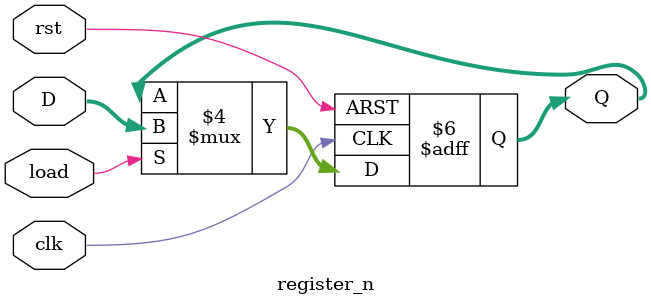
<source format=v>
`timescale 1ns / 1ps


module register_n # (parameter n = 4)(
    input [n-1:0]D,
    input clk,
    input rst,
    input load,
    output reg [n-1:0]Q
    );
    
    always @(posedge clk or posedge rst )
	 begin
        if (rst == 1'b1)
			Q <= {n-1{1'b0}};
        else if (load == 1'b1 )
			Q <= D;
	end
endmodule
</source>
